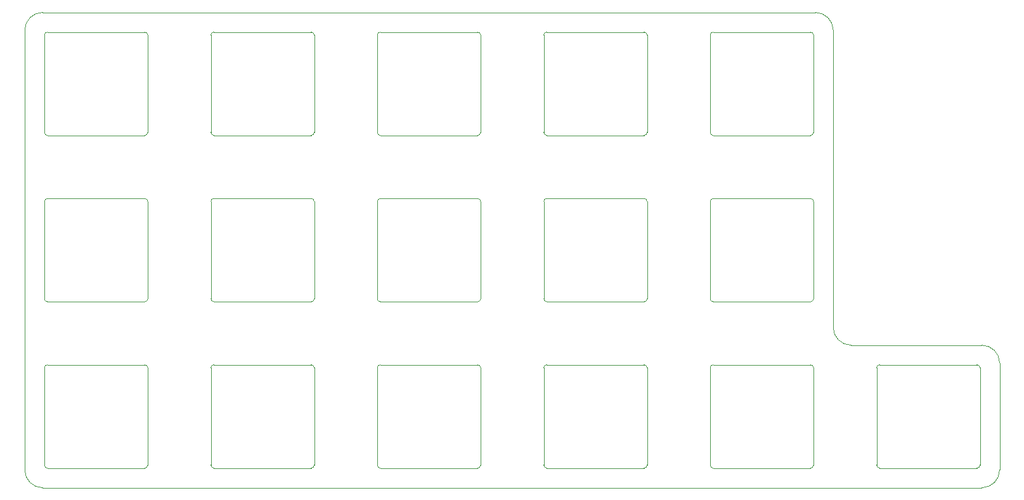
<source format=gm1>
G04 #@! TF.GenerationSoftware,KiCad,Pcbnew,(6.0.1-0)*
G04 #@! TF.CreationDate,2023-03-21T08:47:59-07:00*
G04 #@! TF.ProjectId,plate,706c6174-652e-46b6-9963-61645f706362,rev?*
G04 #@! TF.SameCoordinates,Original*
G04 #@! TF.FileFunction,Profile,NP*
%FSLAX46Y46*%
G04 Gerber Fmt 4.6, Leading zero omitted, Abs format (unit mm)*
G04 Created by KiCad (PCBNEW (6.0.1-0)) date 2023-03-21 08:47:59*
%MOMM*%
%LPD*%
G01*
G04 APERTURE LIST*
G04 #@! TA.AperFunction,Profile*
%ADD10C,0.100000*%
G04 #@! TD*
G04 #@! TA.AperFunction,Profile*
%ADD11C,0.010007*%
G04 #@! TD*
G04 APERTURE END LIST*
D10*
X179387500Y-96837500D02*
X179387500Y-57150000D01*
X73818750Y-54768750D02*
X177006250Y-54768750D01*
X199231250Y-118268750D02*
X73818750Y-118268750D01*
X71437500Y-57150000D02*
X71437500Y-115887500D01*
X179387500Y-96837500D02*
G75*
G03*
X181768750Y-99218750I2381250J0D01*
G01*
X179387500Y-57150000D02*
G75*
G03*
X177006250Y-54768750I-2381250J0D01*
G01*
X201612500Y-101600000D02*
X201612500Y-115887500D01*
X199231250Y-118268750D02*
G75*
G03*
X201612500Y-115887500I0J2381250D01*
G01*
X199231250Y-99218750D02*
X181768750Y-99218750D01*
X71437500Y-115887500D02*
G75*
G03*
X73818750Y-118268750I2381250J0D01*
G01*
X73818750Y-54768750D02*
G75*
G03*
X71437500Y-57150000I0J-2381250D01*
G01*
X201612500Y-101600000D02*
G75*
G03*
X199231250Y-99218750I-2381250J0D01*
G01*
D11*
X185187500Y-102243750D02*
X185187500Y-115243750D01*
X185587500Y-101843750D02*
X198587500Y-101843750D01*
X185587500Y-115643750D02*
X198587500Y-115643750D01*
X198987500Y-102243750D02*
X198987500Y-115243750D01*
X185187500Y-115243750D02*
G75*
G03*
X185587500Y-115643750I400002J2D01*
G01*
X185587500Y-101843750D02*
G75*
G03*
X185187500Y-102243750I2J-400002D01*
G01*
X198587500Y-115643750D02*
G75*
G03*
X198987500Y-115243750I-2J400002D01*
G01*
X198987500Y-102243750D02*
G75*
G03*
X198587500Y-101843750I-400002J-2D01*
G01*
X140737500Y-57793750D02*
X140737500Y-70793750D01*
X141137500Y-71193750D02*
X154137500Y-71193750D01*
X141137500Y-57393750D02*
X154137500Y-57393750D01*
X154537500Y-57793750D02*
X154537500Y-70793750D01*
X141137500Y-57393750D02*
G75*
G03*
X140737500Y-57793750I2J-400002D01*
G01*
X154137500Y-71193750D02*
G75*
G03*
X154537500Y-70793750I-2J400002D01*
G01*
X154537500Y-57793750D02*
G75*
G03*
X154137500Y-57393750I-400002J-2D01*
G01*
X140737500Y-70793750D02*
G75*
G03*
X141137500Y-71193750I400002J2D01*
G01*
X154537500Y-80018750D02*
X154537500Y-93018750D01*
X141137500Y-79618750D02*
X154137500Y-79618750D01*
X141137500Y-93418750D02*
X154137500Y-93418750D01*
X140737500Y-80018750D02*
X140737500Y-93018750D01*
X154537500Y-80018750D02*
G75*
G03*
X154137500Y-79618750I-400002J-2D01*
G01*
X141137500Y-79618750D02*
G75*
G03*
X140737500Y-80018750I2J-400002D01*
G01*
X154137500Y-93418750D02*
G75*
G03*
X154537500Y-93018750I-2J400002D01*
G01*
X140737500Y-93018750D02*
G75*
G03*
X141137500Y-93418750I400002J2D01*
G01*
X110087500Y-102243750D02*
X110087500Y-115243750D01*
X96287500Y-102243750D02*
X96287500Y-115243750D01*
X96687500Y-115643750D02*
X109687500Y-115643750D01*
X96687500Y-101843750D02*
X109687500Y-101843750D01*
X109687500Y-115643750D02*
G75*
G03*
X110087500Y-115243750I-2J400002D01*
G01*
X96287500Y-115243750D02*
G75*
G03*
X96687500Y-115643750I400002J2D01*
G01*
X96687500Y-101843750D02*
G75*
G03*
X96287500Y-102243750I2J-400002D01*
G01*
X110087500Y-102243750D02*
G75*
G03*
X109687500Y-101843750I-400002J-2D01*
G01*
X176762500Y-102243750D02*
X176762500Y-115243750D01*
X162962500Y-102243750D02*
X162962500Y-115243750D01*
X163362500Y-101843750D02*
X176362500Y-101843750D01*
X163362500Y-115643750D02*
X176362500Y-115643750D01*
X163362500Y-101843750D02*
G75*
G03*
X162962500Y-102243750I2J-400002D01*
G01*
X176362500Y-115643750D02*
G75*
G03*
X176762500Y-115243750I-2J400002D01*
G01*
X176762500Y-102243750D02*
G75*
G03*
X176362500Y-101843750I-400002J-2D01*
G01*
X162962500Y-115243750D02*
G75*
G03*
X163362500Y-115643750I400002J2D01*
G01*
X74462500Y-71193750D02*
X87462500Y-71193750D01*
X74462500Y-57393750D02*
X87462500Y-57393750D01*
X74062500Y-57793750D02*
X74062500Y-70793750D01*
X87862500Y-57793750D02*
X87862500Y-70793750D01*
X87862500Y-57793750D02*
G75*
G03*
X87462500Y-57393750I-400002J-2D01*
G01*
X87462500Y-71193750D02*
G75*
G03*
X87862500Y-70793750I-2J400002D01*
G01*
X74062500Y-70793750D02*
G75*
G03*
X74462500Y-71193750I400002J2D01*
G01*
X74462500Y-57393750D02*
G75*
G03*
X74062500Y-57793750I2J-400002D01*
G01*
X118912500Y-71193750D02*
X131912500Y-71193750D01*
X118912500Y-57393750D02*
X131912500Y-57393750D01*
X132312500Y-57793750D02*
X132312500Y-70793750D01*
X118512500Y-57793750D02*
X118512500Y-70793750D01*
X132312500Y-57793750D02*
G75*
G03*
X131912500Y-57393750I-400002J-2D01*
G01*
X131912500Y-71193750D02*
G75*
G03*
X132312500Y-70793750I-2J400002D01*
G01*
X118912500Y-57393750D02*
G75*
G03*
X118512500Y-57793750I2J-400002D01*
G01*
X118512500Y-70793750D02*
G75*
G03*
X118912500Y-71193750I400002J2D01*
G01*
X110087500Y-57793750D02*
X110087500Y-70793750D01*
X96687500Y-57393750D02*
X109687500Y-57393750D01*
X96287500Y-57793750D02*
X96287500Y-70793750D01*
X96687500Y-71193750D02*
X109687500Y-71193750D01*
X96687500Y-57393750D02*
G75*
G03*
X96287500Y-57793750I2J-400002D01*
G01*
X110087500Y-57793750D02*
G75*
G03*
X109687500Y-57393750I-400002J-2D01*
G01*
X109687500Y-71193750D02*
G75*
G03*
X110087500Y-70793750I-2J400002D01*
G01*
X96287500Y-70793750D02*
G75*
G03*
X96687500Y-71193750I400002J2D01*
G01*
X74462500Y-101843750D02*
X87462500Y-101843750D01*
X87862500Y-102243750D02*
X87862500Y-115243750D01*
X74062500Y-102243750D02*
X74062500Y-115243750D01*
X74462500Y-115643750D02*
X87462500Y-115643750D01*
X87462500Y-115643750D02*
G75*
G03*
X87862500Y-115243750I-2J400002D01*
G01*
X74062500Y-115243750D02*
G75*
G03*
X74462500Y-115643750I400002J2D01*
G01*
X74462500Y-101843750D02*
G75*
G03*
X74062500Y-102243750I2J-400002D01*
G01*
X87862500Y-102243750D02*
G75*
G03*
X87462500Y-101843750I-400002J-2D01*
G01*
X176762500Y-80018750D02*
X176762500Y-93018750D01*
X163362500Y-93418750D02*
X176362500Y-93418750D01*
X163362500Y-79618750D02*
X176362500Y-79618750D01*
X162962500Y-80018750D02*
X162962500Y-93018750D01*
X162962500Y-93018750D02*
G75*
G03*
X163362500Y-93418750I400002J2D01*
G01*
X176762500Y-80018750D02*
G75*
G03*
X176362500Y-79618750I-400002J-2D01*
G01*
X163362500Y-79618750D02*
G75*
G03*
X162962500Y-80018750I2J-400002D01*
G01*
X176362500Y-93418750D02*
G75*
G03*
X176762500Y-93018750I-2J400002D01*
G01*
X74462500Y-79618750D02*
X87462500Y-79618750D01*
X74462500Y-93418750D02*
X87462500Y-93418750D01*
X74062500Y-80018750D02*
X74062500Y-93018750D01*
X87862500Y-80018750D02*
X87862500Y-93018750D01*
X87862500Y-80018750D02*
G75*
G03*
X87462500Y-79618750I-400002J-2D01*
G01*
X74462500Y-79618750D02*
G75*
G03*
X74062500Y-80018750I2J-400002D01*
G01*
X87462500Y-93418750D02*
G75*
G03*
X87862500Y-93018750I-2J400002D01*
G01*
X74062500Y-93018750D02*
G75*
G03*
X74462500Y-93418750I400002J2D01*
G01*
X118912500Y-101843750D02*
X131912500Y-101843750D01*
X118512500Y-102243750D02*
X118512500Y-115243750D01*
X132312500Y-102243750D02*
X132312500Y-115243750D01*
X118912500Y-115643750D02*
X131912500Y-115643750D01*
X118912500Y-101843750D02*
G75*
G03*
X118512500Y-102243750I2J-400002D01*
G01*
X118512500Y-115243750D02*
G75*
G03*
X118912500Y-115643750I400002J2D01*
G01*
X131912500Y-115643750D02*
G75*
G03*
X132312500Y-115243750I-2J400002D01*
G01*
X132312500Y-102243750D02*
G75*
G03*
X131912500Y-101843750I-400002J-2D01*
G01*
X118512500Y-80018750D02*
X118512500Y-93018750D01*
X118912500Y-79618750D02*
X131912500Y-79618750D01*
X132312500Y-80018750D02*
X132312500Y-93018750D01*
X118912500Y-93418750D02*
X131912500Y-93418750D01*
X118512500Y-93018750D02*
G75*
G03*
X118912500Y-93418750I400002J2D01*
G01*
X132312500Y-80018750D02*
G75*
G03*
X131912500Y-79618750I-400002J-2D01*
G01*
X118912500Y-79618750D02*
G75*
G03*
X118512500Y-80018750I2J-400002D01*
G01*
X131912500Y-93418750D02*
G75*
G03*
X132312500Y-93018750I-2J400002D01*
G01*
X96287500Y-80018750D02*
X96287500Y-93018750D01*
X96687500Y-79618750D02*
X109687500Y-79618750D01*
X96687500Y-93418750D02*
X109687500Y-93418750D01*
X110087500Y-80018750D02*
X110087500Y-93018750D01*
X110087500Y-80018750D02*
G75*
G03*
X109687500Y-79618750I-400002J-2D01*
G01*
X96687500Y-79618750D02*
G75*
G03*
X96287500Y-80018750I2J-400002D01*
G01*
X96287500Y-93018750D02*
G75*
G03*
X96687500Y-93418750I400002J2D01*
G01*
X109687500Y-93418750D02*
G75*
G03*
X110087500Y-93018750I-2J400002D01*
G01*
X141137500Y-101843750D02*
X154137500Y-101843750D01*
X154537500Y-102243750D02*
X154537500Y-115243750D01*
X141137500Y-115643750D02*
X154137500Y-115643750D01*
X140737500Y-102243750D02*
X140737500Y-115243750D01*
X154537500Y-102243750D02*
G75*
G03*
X154137500Y-101843750I-400002J-2D01*
G01*
X141137500Y-101843750D02*
G75*
G03*
X140737500Y-102243750I2J-400002D01*
G01*
X154137500Y-115643750D02*
G75*
G03*
X154537500Y-115243750I-2J400002D01*
G01*
X140737500Y-115243750D02*
G75*
G03*
X141137500Y-115643750I400002J2D01*
G01*
X163362500Y-71193750D02*
X176362500Y-71193750D01*
X176762500Y-57793750D02*
X176762500Y-70793750D01*
X162962500Y-57793750D02*
X162962500Y-70793750D01*
X163362500Y-57393750D02*
X176362500Y-57393750D01*
X176362500Y-71193750D02*
G75*
G03*
X176762500Y-70793750I-2J400002D01*
G01*
X176762500Y-57793750D02*
G75*
G03*
X176362500Y-57393750I-400002J-2D01*
G01*
X162962500Y-70793750D02*
G75*
G03*
X163362500Y-71193750I400002J2D01*
G01*
X163362500Y-57393750D02*
G75*
G03*
X162962500Y-57793750I2J-400002D01*
G01*
M02*

</source>
